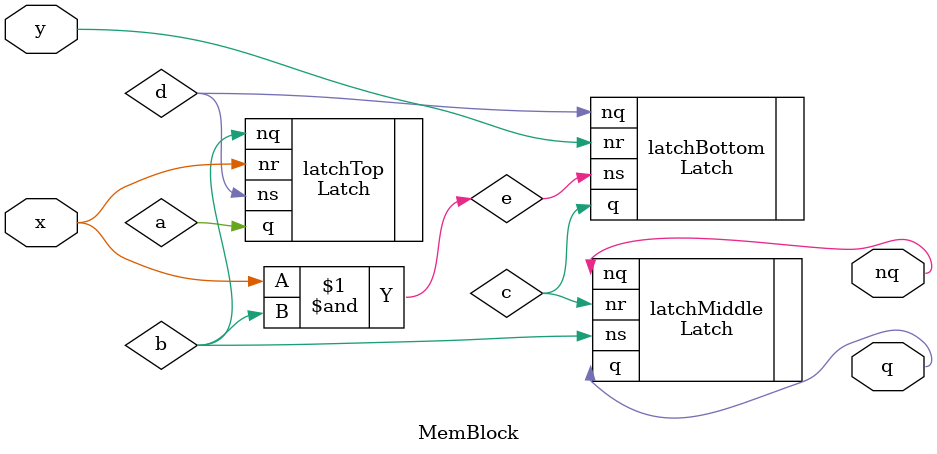
<source format=v>

module MemBlock(
  input x,
  input y,
  output q,
  output nq
);

  wire a, b, c, d, e;

  assign e = x & b;

  Latch latchBottom(
    .ns(e),
    .nr(y),
    .q(c),
    .nq(d)
  );
  Latch latchMiddle(
    .ns(b),
    .nr(c),
    .q(q),
    .nq(nq)
  );
  Latch latchTop(
    .ns(d),
    .nr(x),
    .q(a),
    .nq(b)
  );

endmodule

</source>
